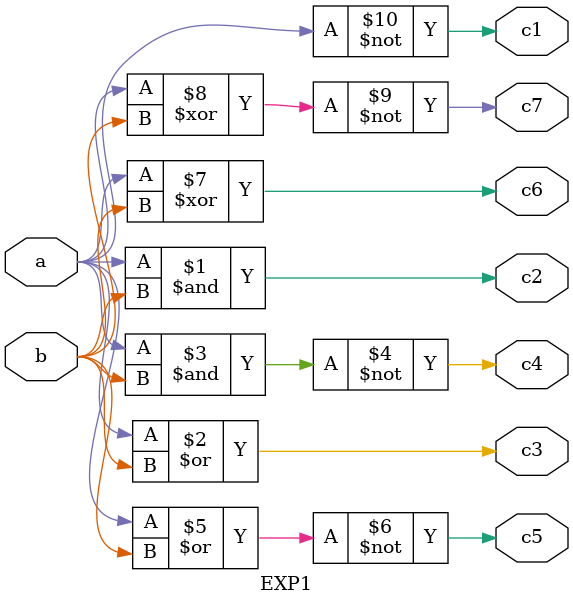
<source format=v>
module EXP1(a,b,c1,c2,c3,c4,c5,c6,c7); 
input a,b; 
output c1,c2,c3,c4,c5,c6,c7; 
not g1(c1,a); 
and g2(c2,a,b); 
or g3(c3,a,b); 
nand g4(c4,a,b); 
nor g5(c5,a,b); 
xor g6(c6,a,b); 
xnor g7(c7,a,b); 
endmodule 
</source>
